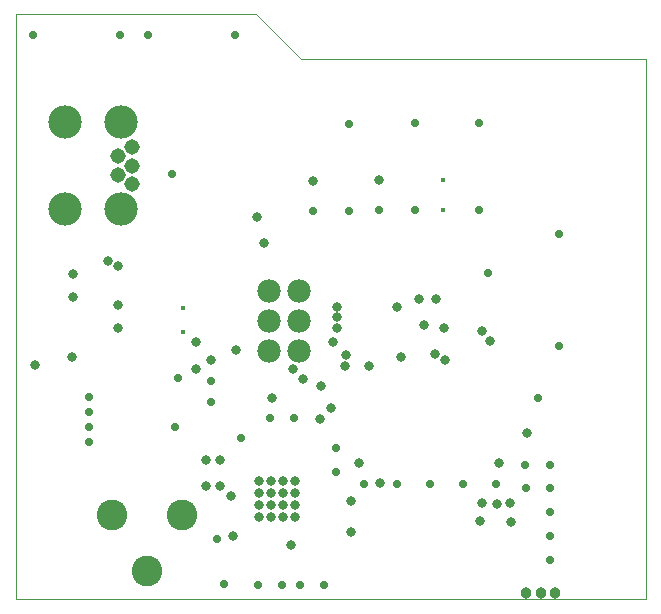
<source format=gbs>
G04*
G04 #@! TF.GenerationSoftware,Altium Limited,Altium Designer,19.1.8 (144)*
G04*
G04 Layer_Color=16711935*
%FSLAX25Y25*%
%MOIN*%
G70*
G01*
G75*
%ADD16C,0.00050*%
%ADD17C,0.00000*%
%ADD64C,0.05150*%
%ADD65O,0.11099X0.11099*%
%ADD66C,0.11099*%
%ADD67C,0.07800*%
%ADD68C,0.10249*%
%ADD69C,0.03300*%
%ADD70C,0.02900*%
%ADD71C,0.03800*%
%ADD81C,0.01778*%
D16*
X0Y195000D02*
X80000D01*
X205000Y0D02*
X210000D01*
Y180000D01*
X205000D02*
X210000D01*
X95000D02*
X205000D01*
X0Y0D02*
X205000D01*
X80000Y195000D02*
X95000Y180000D01*
X0Y0D02*
Y195000D01*
D17*
X38941Y128425D02*
Y131575D01*
X31461D02*
X38941D01*
X31461Y128425D02*
Y131575D01*
Y128425D02*
X38941D01*
X20240Y157559D02*
Y160709D01*
X12760D02*
X20240D01*
X12760Y157559D02*
Y160709D01*
Y157559D02*
X20240D01*
X38941D02*
Y160709D01*
X31461D02*
X38941D01*
X31461Y157559D02*
Y160709D01*
Y157559D02*
X38941D01*
X20240Y128425D02*
Y131575D01*
X12760D02*
X20240D01*
X12760Y128425D02*
Y131575D01*
Y128425D02*
X20240D01*
D64*
X38744Y150866D02*
D03*
Y144567D02*
D03*
Y138268D02*
D03*
X34020Y147716D02*
D03*
Y141417D02*
D03*
D65*
X16500Y159134D02*
D03*
X35201D02*
D03*
Y130000D02*
D03*
D66*
X16500D02*
D03*
D67*
X94400Y82600D02*
D03*
X84400D02*
D03*
X94400Y92600D02*
D03*
X84400D02*
D03*
X94400Y102600D02*
D03*
X84400D02*
D03*
D68*
X55500Y28000D02*
D03*
X32000D02*
D03*
X43780Y9496D02*
D03*
D69*
X128400Y80600D02*
D03*
X142900Y79900D02*
D03*
X139800Y81600D02*
D03*
X158000Y86100D02*
D03*
X105600Y85700D02*
D03*
X109900Y81400D02*
D03*
X155500Y89300D02*
D03*
X142800Y90400D02*
D03*
X135900Y91300D02*
D03*
X109800Y77800D02*
D03*
X117700D02*
D03*
X127000Y97500D02*
D03*
X134500Y100000D02*
D03*
X140000D02*
D03*
X107000Y94000D02*
D03*
Y97500D02*
D03*
Y90500D02*
D03*
X92905Y27595D02*
D03*
X88968D02*
D03*
X85031D02*
D03*
X81094D02*
D03*
Y31532D02*
D03*
X92905D02*
D03*
Y35469D02*
D03*
Y39406D02*
D03*
X88968D02*
D03*
X85031D02*
D03*
X81094D02*
D03*
Y35469D02*
D03*
X88968Y31532D02*
D03*
X85031D02*
D03*
X88968Y35469D02*
D03*
X85031D02*
D03*
X121400Y38900D02*
D03*
X114400Y45400D02*
D03*
X59900Y85900D02*
D03*
Y76800D02*
D03*
X18800Y80800D02*
D03*
X6500Y78000D02*
D03*
X155300Y32200D02*
D03*
X160500Y31727D02*
D03*
X164900Y25800D02*
D03*
X154772Y26072D02*
D03*
X164700Y32000D02*
D03*
X170300Y55400D02*
D03*
X161000Y45400D02*
D03*
X101700Y71000D02*
D03*
X92300Y76800D02*
D03*
X95800Y73503D02*
D03*
X85300Y67200D02*
D03*
X63400Y46500D02*
D03*
Y37700D02*
D03*
X68100Y46500D02*
D03*
Y37800D02*
D03*
X71700Y34400D02*
D03*
X111600Y22500D02*
D03*
X65200Y79800D02*
D03*
X82800Y118900D02*
D03*
X80300Y127300D02*
D03*
X120923Y139677D02*
D03*
X98923Y139577D02*
D03*
X73500Y83000D02*
D03*
X104900Y63600D02*
D03*
X101400Y60100D02*
D03*
X91750Y18050D02*
D03*
X72500Y21100D02*
D03*
X19200Y108400D02*
D03*
X30750Y112750D02*
D03*
X111600Y32700D02*
D03*
X34100Y90543D02*
D03*
X34000Y98220D02*
D03*
X34100Y111016D02*
D03*
X19200Y100779D02*
D03*
D70*
X181000Y84500D02*
D03*
Y121902D02*
D03*
X157300Y108600D02*
D03*
X159900Y38300D02*
D03*
X169865Y44900D02*
D03*
X177935D02*
D03*
X54100Y73900D02*
D03*
X177964Y37000D02*
D03*
X169893D02*
D03*
X174000Y67000D02*
D03*
X106600Y50535D02*
D03*
X75200Y53700D02*
D03*
X53200Y57400D02*
D03*
X64900Y65700D02*
D03*
X65000Y72900D02*
D03*
X110923Y158526D02*
D03*
X73026Y188177D02*
D03*
X44026D02*
D03*
X34826D02*
D03*
X5826D02*
D03*
X132923Y158626D02*
D03*
X154323Y158826D02*
D03*
Y129826D02*
D03*
X132923Y129626D02*
D03*
X110923Y129526D02*
D03*
X120923Y129626D02*
D03*
X98923Y129526D02*
D03*
X106600Y42465D02*
D03*
X88835Y4900D02*
D03*
X94665D02*
D03*
X178000Y13000D02*
D03*
Y21000D02*
D03*
Y29000D02*
D03*
X69535Y5000D02*
D03*
X92800Y60435D02*
D03*
X84700Y60371D02*
D03*
X126900Y38300D02*
D03*
X137900D02*
D03*
X148900D02*
D03*
X115900D02*
D03*
X102735Y4900D02*
D03*
X80765D02*
D03*
X67000Y19965D02*
D03*
X24500Y52400D02*
D03*
Y57400D02*
D03*
Y62400D02*
D03*
Y67300D02*
D03*
X52000Y141600D02*
D03*
D71*
X179800Y2200D02*
D03*
X175000D02*
D03*
X169965D02*
D03*
D81*
X55635Y89200D02*
D03*
Y97100D02*
D03*
X142300Y139700D02*
D03*
X142323Y129826D02*
D03*
M02*

</source>
